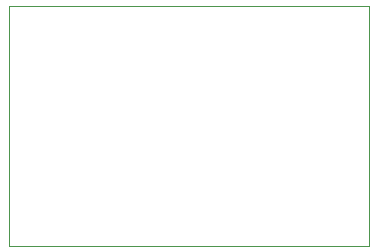
<source format=gbr>
%TF.GenerationSoftware,KiCad,Pcbnew,5.1.7-a382d34a8~87~ubuntu16.04.1*%
%TF.CreationDate,2020-10-08T21:47:55+02:00*%
%TF.ProjectId,ShiftIn-Board,53686966-7449-46e2-9d42-6f6172642e6b,rev?*%
%TF.SameCoordinates,Original*%
%TF.FileFunction,Profile,NP*%
%FSLAX46Y46*%
G04 Gerber Fmt 4.6, Leading zero omitted, Abs format (unit mm)*
G04 Created by KiCad (PCBNEW 5.1.7-a382d34a8~87~ubuntu16.04.1) date 2020-10-08 21:47:55*
%MOMM*%
%LPD*%
G01*
G04 APERTURE LIST*
%TA.AperFunction,Profile*%
%ADD10C,0.050000*%
%TD*%
G04 APERTURE END LIST*
D10*
X158750000Y-54610000D02*
X128270000Y-54610000D01*
X158750000Y-74930000D02*
X158750000Y-54610000D01*
X128270000Y-74930000D02*
X158750000Y-74930000D01*
X128270000Y-54610000D02*
X128270000Y-74930000D01*
M02*

</source>
